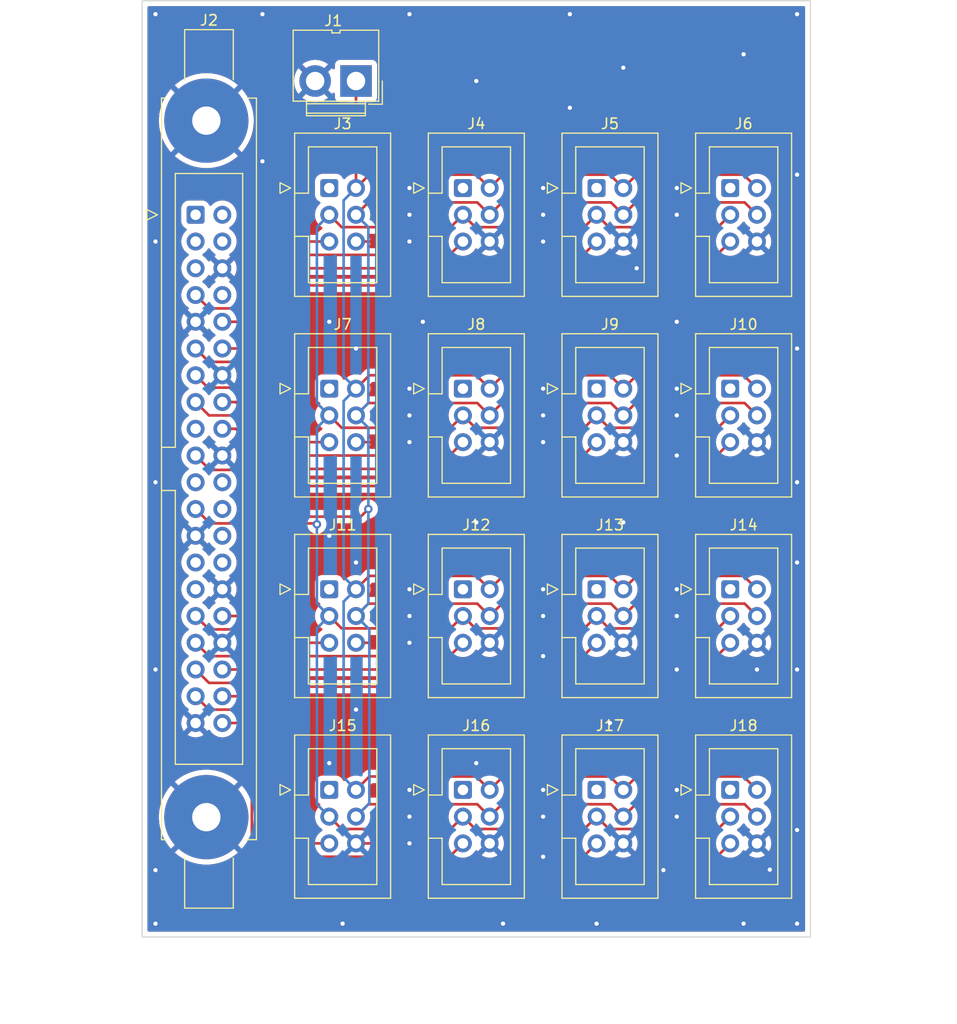
<source format=kicad_pcb>
(kicad_pcb (version 20211014) (generator pcbnew)
  (title_block (title "Connector PCB v2") (date "2022-05-29") (rev "0"))
  (layers (0 "F.Cu" signal) (31 "B.Cu" signal) (34 "B.Paste" user) (35 "F.Paste" user) (36 "B.SilkS" user "B.Silkscreen") (37 "F.SilkS" user "F.Silkscreen") (38 "B.Mask" user) (39 "F.Mask" user) (44 "Edge.Cuts" user))
  (net 0 "")
  (net 4 "+5V")
  (net 31 "GND")
  (net 32 "1")
  (net 33 "2")
  (net 34 "4")
  (net 35 "3")
  (net 36 "5")
  (net 37 "7")
  (net 38 "6")
  (net 39 "8")
  (net 40 "MOSI")
  (net 41 "SCK")
  (net 42 "10")
  (net 43 "9")
  (net 44 "11")
  (net 45 "13")
  (net 46 "12")
  (net 47 "15")
  (net 48 "14")
  (net 49 "16")
  (footprint "Connector:JWT_A3963_1x02_P3.96mm_Vertical" (layer "F.Cu") (at 63.5 57.15 180)
    (fp_text reference "J1" (at 2.16 5.725) (layer "F.SilkS"))
    (fp_text value "Conn_01x02_Male")
    (pad "1" thru_hole rect (at 0 0 180) (size 3 3) (drill 1.75) (layers *.Cu *.Mask) (net 4 "+5V"))
    (pad "2" thru_hole circle (at 3.88 0 180) (size 3 3) (drill 1.75) (layers *.Cu *.Mask) (net 31 "GND"))
  )
  (footprint "Connector_IDC:IDC-Header_2x03_P2.54mm_Vertical" (layer "F.Cu") (at 99.06 124.46)
    (fp_text reference "J18" (at 1.27 -6.1) (layer "F.SilkS"))
    (fp_text value "AVR-ISP-6")
    (pad "1" thru_hole roundrect (at 0 0) (size 1.7 1.7) (drill 1) (layers *.Cu *.Mask) (roundrect_rratio 0.1470588235))
    (pad "2" thru_hole circle (at 2.54 0) (size 1.7 1.7) (drill 1) (layers *.Cu *.Mask) (net 4 "+5V"))
    (pad "3" thru_hole circle (at 0 2.54) (size 1.7 1.7) (drill 1) (layers *.Cu *.Mask) (net 41 "SCK"))
    (pad "4" thru_hole circle (at 2.54 2.54) (size 1.7 1.7) (drill 1) (layers *.Cu *.Mask) (net 40 "MOSI"))
    (pad "5" thru_hole circle (at 0 5.08) (size 1.7 1.7) (drill 1) (layers *.Cu *.Mask) (net 49 "16"))
    (pad "6" thru_hole circle (at 2.54 5.08) (size 1.7 1.7) (drill 1) (layers *.Cu *.Mask) (net 31 "GND"))
  )
  (footprint "Connector_IDC:IDC-Header_2x03_P2.54mm_Vertical" (layer "F.Cu") (at 60.96 124.46)
    (fp_text reference "J15" (at 1.27 -6.1) (layer "F.SilkS"))
    (fp_text value "AVR-ISP-6")
    (pad "1" thru_hole roundrect (at 0 0) (size 1.7 1.7) (drill 1) (layers *.Cu *.Mask) (roundrect_rratio 0.1470588235))
    (pad "2" thru_hole circle (at 2.54 0) (size 1.7 1.7) (drill 1) (layers *.Cu *.Mask) (net 4 "+5V"))
    (pad "3" thru_hole circle (at 0 2.54) (size 1.7 1.7) (drill 1) (layers *.Cu *.Mask) (net 41 "SCK"))
    (pad "4" thru_hole circle (at 2.54 2.54) (size 1.7 1.7) (drill 1) (layers *.Cu *.Mask) (net 40 "MOSI"))
    (pad "5" thru_hole circle (at 0 5.08) (size 1.7 1.7) (drill 1) (layers *.Cu *.Mask) (net 45 "13"))
    (pad "6" thru_hole circle (at 2.54 5.08) (size 1.7 1.7) (drill 1) (layers *.Cu *.Mask) (net 31 "GND"))
  )
  (footprint "Connector_IDC:IDC-Header_2x03_P2.54mm_Vertical" (layer "F.Cu") (at 73.66 124.46)
    (fp_text reference "J16" (at 1.27 -6.1) (layer "F.SilkS"))
    (fp_text value "AVR-ISP-6")
    (pad "1" thru_hole roundrect (at 0 0) (size 1.7 1.7) (drill 1) (layers *.Cu *.Mask) (roundrect_rratio 0.1470588235))
    (pad "2" thru_hole circle (at 2.54 0) (size 1.7 1.7) (drill 1) (layers *.Cu *.Mask) (net 4 "+5V"))
    (pad "3" thru_hole circle (at 0 2.54) (size 1.7 1.7) (drill 1) (layers *.Cu *.Mask) (net 41 "SCK"))
    (pad "4" thru_hole circle (at 2.54 2.54) (size 1.7 1.7) (drill 1) (layers *.Cu *.Mask) (net 40 "MOSI"))
    (pad "5" thru_hole circle (at 0 5.08) (size 1.7 1.7) (drill 1) (layers *.Cu *.Mask) (net 48 "14"))
    (pad "6" thru_hole circle (at 2.54 5.08) (size 1.7 1.7) (drill 1) (layers *.Cu *.Mask) (net 31 "GND"))
  )
  (footprint "Connector_IDC:IDC-Header_2x03_P2.54mm_Vertical" (layer "F.Cu") (at 99.06 86.36)
    (fp_text reference "J10" (at 1.27 -6.1) (layer "F.SilkS"))
    (fp_text value "AVR-ISP-6")
    (pad "1" thru_hole roundrect (at 0 0) (size 1.7 1.7) (drill 1) (layers *.Cu *.Mask) (roundrect_rratio 0.1470588235))
    (pad "2" thru_hole circle (at 2.54 0) (size 1.7 1.7) (drill 1) (layers *.Cu *.Mask) (net 4 "+5V"))
    (pad "3" thru_hole circle (at 0 2.54) (size 1.7 1.7) (drill 1) (layers *.Cu *.Mask) (net 41 "SCK"))
    (pad "4" thru_hole circle (at 2.54 2.54) (size 1.7 1.7) (drill 1) (layers *.Cu *.Mask) (net 40 "MOSI"))
    (pad "5" thru_hole circle (at 0 5.08) (size 1.7 1.7) (drill 1) (layers *.Cu *.Mask) (net 39 "8"))
    (pad "6" thru_hole circle (at 2.54 5.08) (size 1.7 1.7) (drill 1) (layers *.Cu *.Mask) (net 31 "GND"))
  )
  (footprint "Connector_IDC:IDC-Header_2x03_P2.54mm_Vertical" (layer "F.Cu") (at 99.06 105.41)
    (fp_text reference "J14" (at 1.27 -6.1) (layer "F.SilkS"))
    (fp_text value "AVR-ISP-6")
    (pad "1" thru_hole roundrect (at 0 0) (size 1.7 1.7) (drill 1) (layers *.Cu *.Mask) (roundrect_rratio 0.1470588235))
    (pad "2" thru_hole circle (at 2.54 0) (size 1.7 1.7) (drill 1) (layers *.Cu *.Mask) (net 4 "+5V"))
    (pad "3" thru_hole circle (at 0 2.54) (size 1.7 1.7) (drill 1) (layers *.Cu *.Mask) (net 41 "SCK"))
    (pad "4" thru_hole circle (at 2.54 2.54) (size 1.7 1.7) (drill 1) (layers *.Cu *.Mask) (net 40 "MOSI"))
    (pad "5" thru_hole circle (at 0 5.08) (size 1.7 1.7) (drill 1) (layers *.Cu *.Mask) (net 46 "12"))
    (pad "6" thru_hole circle (at 2.54 5.08) (size 1.7 1.7) (drill 1) (layers *.Cu *.Mask) (net 31 "GND"))
  )
  (footprint "Connector_IDC:IDC-Header_2x03_P2.54mm_Vertical" (layer "F.Cu") (at 73.66 86.36)
    (fp_text reference "J8" (at 1.27 -6.1) (layer "F.SilkS"))
    (fp_text value "AVR-ISP-6")
    (pad "1" thru_hole roundrect (at 0 0) (size 1.7 1.7) (drill 1) (layers *.Cu *.Mask) (roundrect_rratio 0.1470588235))
    (pad "2" thru_hole circle (at 2.54 0) (size 1.7 1.7) (drill 1) (layers *.Cu *.Mask) (net 4 "+5V"))
    (pad "3" thru_hole circle (at 0 2.54) (size 1.7 1.7) (drill 1) (layers *.Cu *.Mask) (net 41 "SCK"))
    (pad "4" thru_hole circle (at 2.54 2.54) (size 1.7 1.7) (drill 1) (layers *.Cu *.Mask) (net 40 "MOSI"))
    (pad "5" thru_hole circle (at 0 5.08) (size 1.7 1.7) (drill 1) (layers *.Cu *.Mask) (net 38 "6"))
    (pad "6" thru_hole circle (at 2.54 5.08) (size 1.7 1.7) (drill 1) (layers *.Cu *.Mask) (net 31 "GND"))
  )
  (footprint "Connector_IDC:IDC-Header_2x20-1MP_P2.54mm_Latch6.5mm_Vertical" (layer "F.Cu") (at 48.26 69.85)
    (fp_text reference "J2" (at 1.27 -18.47) (layer "F.SilkS"))
    (fp_text value "Conn_02x20_Odd_Even_MountingPin")
    (pad "1" thru_hole roundrect (at 0 0) (size 1.7 1.7) (drill 1) (layers *.Cu *.Mask) (roundrect_rratio 0.1470588235))
    (pad "2" thru_hole circle (at 2.54 0) (size 1.7 1.7) (drill 1) (layers *.Cu *.Mask))
    (pad "3" thru_hole circle (at 0 2.54) (size 1.7 1.7) (drill 1) (layers *.Cu *.Mask))
    (pad "4" thru_hole circle (at 2.54 2.54) (size 1.7 1.7) (drill 1) (layers *.Cu *.Mask))
    (pad "5" thru_hole circle (at 0 5.08) (size 1.7 1.7) (drill 1) (layers *.Cu *.Mask))
    (pad "6" thru_hole circle (at 2.54 5.08) (size 1.7 1.7) (drill 1) (layers *.Cu *.Mask) (net 31 "GND"))
    (pad "7" thru_hole circle (at 0 7.62) (size 1.7 1.7) (drill 1) (layers *.Cu *.Mask) (net 32 "1"))
    (pad "8" thru_hole circle (at 2.54 7.62) (size 1.7 1.7) (drill 1) (layers *.Cu *.Mask))
    (pad "9" thru_hole circle (at 0 10.16) (size 1.7 1.7) (drill 1) (layers *.Cu *.Mask) (net 31 "GND"))
    (pad "10" thru_hole circle (at 2.54 10.16) (size 1.7 1.7) (drill 1) (layers *.Cu *.Mask) (net 33 "2"))
    (pad "11" thru_hole circle (at 0 12.7) (size 1.7 1.7) (drill 1) (layers *.Cu *.Mask) (net 34 "4"))
    (pad "12" thru_hole circle (at 2.54 12.7) (size 1.7 1.7) (drill 1) (layers *.Cu *.Mask) (net 35 "3"))
    (pad "13" thru_hole circle (at 0 15.24) (size 1.7 1.7) (drill 1) (layers *.Cu *.Mask) (net 36 "5"))
    (pad "14" thru_hole circle (at 2.54 15.24) (size 1.7 1.7) (drill 1) (layers *.Cu *.Mask) (net 31 "GND"))
    (pad "15" thru_hole circle (at 0 17.78) (size 1.7 1.7) (drill 1) (layers *.Cu *.Mask) (net 37 "7"))
    (pad "16" thru_hole circle (at 2.54 17.78) (size 1.7 1.7) (drill 1) (layers *.Cu *.Mask) (net 38 "6"))
    (pad "17" thru_hole circle (at 0 20.32) (size 1.7 1.7) (drill 1) (layers *.Cu *.Mask))
    (pad "18" thru_hole circle (at 2.54 20.32) (size 1.7 1.7) (drill 1) (layers *.Cu *.Mask) (net 39 "8"))
    (pad "19" thru_hole circle (at 0 22.86) (size 1.7 1.7) (drill 1) (layers *.Cu *.Mask) (net 40 "MOSI"))
    (pad "20" thru_hole circle (at 2.54 22.86) (size 1.7 1.7) (drill 1) (layers *.Cu *.Mask) (net 31 "GND"))
    (pad "21" thru_hole circle (at 0 25.4) (size 1.7 1.7) (drill 1) (layers *.Cu *.Mask))
    (pad "22" thru_hole circle (at 2.54 25.4) (size 1.7 1.7) (drill 1) (layers *.Cu *.Mask))
    (pad "23" thru_hole circle (at 0 27.94) (size 1.7 1.7) (drill 1) (layers *.Cu *.Mask) (net 41 "SCK"))
    (pad "24" thru_hole circle (at 2.54 27.94) (size 1.7 1.7) (drill 1) (layers *.Cu *.Mask))
    (pad "25" thru_hole circle (at 0 30.48) (size 1.7 1.7) (drill 1) (layers *.Cu *.Mask) (net 31 "GND"))
    (pad "26" thru_hole circle (at 2.54 30.48) (size 1.7 1.7) (drill 1) (layers *.Cu *.Mask))
    (pad "27" thru_hole circle (at 0 33.02) (size 1.7 1.7) (drill 1) (layers *.Cu *.Mask))
    (pad "28" thru_hole circle (at 2.54 33.02) (size 1.7 1.7) (drill 1) (layers *.Cu *.Mask))
    (pad "29" thru_hole circle (at 0 35.56) (size 1.7 1.7) (drill 1) (layers *.Cu *.Mask))
    (pad "30" thru_hole circle (at 2.54 35.56) (size 1.7 1.7) (drill 1) (layers *.Cu *.Mask) (net 31 "GND"))
    (pad "31" thru_hole circle (at 0 38.1) (size 1.7 1.7) (drill 1) (layers *.Cu *.Mask) (net 42 "10"))
    (pad "32" thru_hole circle (at 2.54 38.1) (size 1.7 1.7) (drill 1) (layers *.Cu *.Mask) (net 43 "9"))
    (pad "33" thru_hole circle (at 0 40.64) (size 1.7 1.7) (drill 1) (layers *.Cu *.Mask) (net 44 "11"))
    (pad "34" thru_hole circle (at 2.54 40.64) (size 1.7 1.7) (drill 1) (layers *.Cu *.Mask) (net 31 "GND"))
    (pad "35" thru_hole circle (at 0 43.18) (size 1.7 1.7) (drill 1) (layers *.Cu *.Mask) (net 45 "13"))
    (pad "36" thru_hole circle (at 2.54 43.18) (size 1.7 1.7) (drill 1) (layers *.Cu *.Mask) (net 46 "12"))
    (pad "37" thru_hole circle (at 0 45.72) (size 1.7 1.7) (drill 1) (layers *.Cu *.Mask) (net 47 "15"))
    (pad "38" thru_hole circle (at 2.54 45.72) (size 1.7 1.7) (drill 1) (layers *.Cu *.Mask) (net 48 "14"))
    (pad "39" thru_hole circle (at 0 48.26) (size 1.7 1.7) (drill 1) (layers *.Cu *.Mask) (net 31 "GND"))
    (pad "40" thru_hole circle (at 2.54 48.26) (size 1.7 1.7) (drill 1) (layers *.Cu *.Mask) (net 49 "16"))
    (pad "MP" thru_hole circle (at 1.02 -8.94) (size 8 8) (drill 2.69) (layers *.Cu *.Mask) (net 31 "GND"))
    (pad "MP" thru_hole circle (at 1.02 57.2) (size 8 8) (drill 2.69) (layers *.Cu *.Mask) (net 31 "GND"))
  )
  (footprint "Connector_IDC:IDC-Header_2x03_P2.54mm_Vertical" (layer "F.Cu") (at 86.36 67.31)
    (fp_text reference "J5" (at 1.27 -6.1) (layer "F.SilkS"))
    (fp_text value "AVR-ISP-6")
    (pad "1" thru_hole roundrect (at 0 0) (size 1.7 1.7) (drill 1) (layers *.Cu *.Mask) (roundrect_rratio 0.1470588235))
    (pad "2" thru_hole circle (at 2.54 0) (size 1.7 1.7) (drill 1) (layers *.Cu *.Mask) (net 4 "+5V"))
    (pad "3" thru_hole circle (at 0 2.54) (size 1.7 1.7) (drill 1) (layers *.Cu *.Mask) (net 41 "SCK"))
    (pad "4" thru_hole circle (at 2.54 2.54) (size 1.7 1.7) (drill 1) (layers *.Cu *.Mask) (net 40 "MOSI"))
    (pad "5" thru_hole circle (at 0 5.08) (size 1.7 1.7) (drill 1) (layers *.Cu *.Mask) (net 35 "3"))
    (pad "6" thru_hole circle (at 2.54 5.08) (size 1.7 1.7) (drill 1) (layers *.Cu *.Mask) (net 31 "GND"))
  )
  (footprint "Connector_IDC:IDC-Header_2x03_P2.54mm_Vertical" (layer "F.Cu") (at 86.36 124.46)
    (fp_text reference "J17" (at 1.27 -6.1) (layer "F.SilkS"))
    (fp_text value "AVR-ISP-6")
    (pad "1" thru_hole roundrect (at 0 0) (size 1.7 1.7) (drill 1) (layers *.Cu *.Mask) (roundrect_rratio 0.1470588235))
    (pad "2" thru_hole circle (at 2.54 0) (size 1.7 1.7) (drill 1) (layers *.Cu *.Mask) (net 4 "+5V"))
    (pad "3" thru_hole circle (at 0 2.54) (size 1.7 1.7) (drill 1) (layers *.Cu *.Mask) (net 41 "SCK"))
    (pad "4" thru_hole circle (at 2.54 2.54) (size 1.7 1.7) (drill 1) (layers *.Cu *.Mask) (net 40 "MOSI"))
    (pad "5" thru_hole circle (at 0 5.08) (size 1.7 1.7) (drill 1) (layers *.Cu *.Mask) (net 47 "15"))
    (pad "6" thru_hole circle (at 2.54 5.08) (size 1.7 1.7) (drill 1) (layers *.Cu *.Mask) (net 31 "GND"))
  )
  (footprint "Connector_IDC:IDC-Header_2x03_P2.54mm_Vertical" (layer "F.Cu") (at 73.66 67.31)
    (fp_text reference "J4" (at 1.27 -6.1) (layer "F.SilkS"))
    (fp_text value "AVR-ISP-6")
    (pad "1" thru_hole roundrect (at 0 0) (size 1.7 1.7) (drill 1) (layers *.Cu *.Mask) (roundrect_rratio 0.1470588235))
    (pad "2" thru_hole circle (at 2.54 0) (size 1.7 1.7) (drill 1) (layers *.Cu *.Mask) (net 4 "+5V"))
    (pad "3" thru_hole circle (at 0 2.54) (size 1.7 1.7) (drill 1) (layers *.Cu *.Mask) (net 41 "SCK"))
    (pad "4" thru_hole circle (at 2.54 2.54) (size 1.7 1.7) (drill 1) (layers *.Cu *.Mask) (net 40 "MOSI"))
    (pad "5" thru_hole circle (at 0 5.08) (size 1.7 1.7) (drill 1) (layers *.Cu *.Mask) (net 33 "2"))
    (pad "6" thru_hole circle (at 2.54 5.08) (size 1.7 1.7) (drill 1) (layers *.Cu *.Mask) (net 31 "GND"))
  )
  (footprint "Connector_IDC:IDC-Header_2x03_P2.54mm_Vertical" (layer "F.Cu") (at 99.06 67.31)
    (fp_text reference "J6" (at 1.27 -6.1) (layer "F.SilkS"))
    (fp_text value "AVR-ISP-6")
    (pad "1" thru_hole roundrect (at 0 0) (size 1.7 1.7) (drill 1) (layers *.Cu *.Mask) (roundrect_rratio 0.1470588235))
    (pad "2" thru_hole circle (at 2.54 0) (size 1.7 1.7) (drill 1) (layers *.Cu *.Mask) (net 4 "+5V"))
    (pad "3" thru_hole circle (at 0 2.54) (size 1.7 1.7) (drill 1) (layers *.Cu *.Mask) (net 41 "SCK"))
    (pad "4" thru_hole circle (at 2.54 2.54) (size 1.7 1.7) (drill 1) (layers *.Cu *.Mask) (net 40 "MOSI"))
    (pad "5" thru_hole circle (at 0 5.08) (size 1.7 1.7) (drill 1) (layers *.Cu *.Mask) (net 34 "4"))
    (pad "6" thru_hole circle (at 2.54 5.08) (size 1.7 1.7) (drill 1) (layers *.Cu *.Mask) (net 31 "GND"))
  )
  (footprint "Connector_IDC:IDC-Header_2x03_P2.54mm_Vertical" (layer "F.Cu") (at 86.36 105.41)
    (fp_text reference "J13" (at 1.27 -6.1) (layer "F.SilkS"))
    (fp_text value "AVR-ISP-6")
    (pad "1" thru_hole roundrect (at 0 0) (size 1.7 1.7) (drill 1) (layers *.Cu *.Mask) (roundrect_rratio 0.1470588235))
    (pad "2" thru_hole circle (at 2.54 0) (size 1.7 1.7) (drill 1) (layers *.Cu *.Mask) (net 4 "+5V"))
    (pad "3" thru_hole circle (at 0 2.54) (size 1.7 1.7) (drill 1) (layers *.Cu *.Mask) (net 41 "SCK"))
    (pad "4" thru_hole circle (at 2.54 2.54) (size 1.7 1.7) (drill 1) (layers *.Cu *.Mask) (net 40 "MOSI"))
    (pad "5" thru_hole circle (at 0 5.08) (size 1.7 1.7) (drill 1) (layers *.Cu *.Mask) (net 44 "11"))
    (pad "6" thru_hole circle (at 2.54 5.08) (size 1.7 1.7) (drill 1) (layers *.Cu *.Mask) (net 31 "GND"))
  )
  (footprint "Connector_IDC:IDC-Header_2x03_P2.54mm_Vertical" (layer "F.Cu") (at 86.36 86.36)
    (fp_text reference "J9" (at 1.27 -6.1) (layer "F.SilkS"))
    (fp_text value "AVR-ISP-6")
    (pad "1" thru_hole roundrect (at 0 0) (size 1.7 1.7) (drill 1) (layers *.Cu *.Mask) (roundrect_rratio 0.1470588235))
    (pad "2" thru_hole circle (at 2.54 0) (size 1.7 1.7) (drill 1) (layers *.Cu *.Mask) (net 4 "+5V"))
    (pad "3" thru_hole circle (at 0 2.54) (size 1.7 1.7) (drill 1) (layers *.Cu *.Mask) (net 41 "SCK"))
    (pad "4" thru_hole circle (at 2.54 2.54) (size 1.7 1.7) (drill 1) (layers *.Cu *.Mask) (net 40 "MOSI"))
    (pad "5" thru_hole circle (at 0 5.08) (size 1.7 1.7) (drill 1) (layers *.Cu *.Mask) (net 37 "7"))
    (pad "6" thru_hole circle (at 2.54 5.08) (size 1.7 1.7) (drill 1) (layers *.Cu *.Mask) (net 31 "GND"))
  )
  (footprint "Connector_IDC:IDC-Header_2x03_P2.54mm_Vertical" (layer "F.Cu") (at 73.66 105.41)
    (fp_text reference "J12" (at 1.27 -6.1) (layer "F.SilkS"))
    (fp_text value "AVR-ISP-6")
    (pad "1" thru_hole roundrect (at 0 0) (size 1.7 1.7) (drill 1) (layers *.Cu *.Mask) (roundrect_rratio 0.1470588235))
    (pad "2" thru_hole circle (at 2.54 0) (size 1.7 1.7) (drill 1) (layers *.Cu *.Mask) (net 4 "+5V"))
    (pad "3" thru_hole circle (at 0 2.54) (size 1.7 1.7) (drill 1) (layers *.Cu *.Mask) (net 41 "SCK"))
    (pad "4" thru_hole circle (at 2.54 2.54) (size 1.7 1.7) (drill 1) (layers *.Cu *.Mask) (net 40 "MOSI"))
    (pad "5" thru_hole circle (at 0 5.08) (size 1.7 1.7) (drill 1) (layers *.Cu *.Mask) (net 42 "10"))
    (pad "6" thru_hole circle (at 2.54 5.08) (size 1.7 1.7) (drill 1) (layers *.Cu *.Mask) (net 31 "GND"))
  )
  (footprint "Connector_IDC:IDC-Header_2x03_P2.54mm_Vertical" (layer "F.Cu") (at 60.96 86.36)
    (fp_text reference "J7" (at 1.27 -6.1) (layer "F.SilkS"))
    (fp_text value "AVR-ISP-6")
    (pad "1" thru_hole roundrect (at 0 0) (size 1.7 1.7) (drill 1) (layers *.Cu *.Mask) (roundrect_rratio 0.1470588235))
    (pad "2" thru_hole circle (at 2.54 0) (size 1.7 1.7) (drill 1) (layers *.Cu *.Mask) (net 4 "+5V"))
    (pad "3" thru_hole circle (at 0 2.54) (size 1.7 1.7) (drill 1) (layers *.Cu *.Mask) (net 41 "SCK"))
    (pad "4" thru_hole circle (at 2.54 2.54) (size 1.7 1.7) (drill 1) (layers *.Cu *.Mask) (net 40 "MOSI"))
    (pad "5" thru_hole circle (at 0 5.08) (size 1.7 1.7) (drill 1) (layers *.Cu *.Mask) (net 36 "5"))
    (pad "6" thru_hole circle (at 2.54 5.08) (size 1.7 1.7) (drill 1) (layers *.Cu *.Mask) (net 31 "GND"))
  )
  (footprint "Connector_IDC:IDC-Header_2x03_P2.54mm_Vertical" (layer "F.Cu") (at 60.96 105.41)
    (fp_text reference "J11" (at 1.27 -6.1) (layer "F.SilkS"))
    (fp_text value "AVR-ISP-6")
    (pad "1" thru_hole roundrect (at 0 0) (size 1.7 1.7) (drill 1) (layers *.Cu *.Mask) (roundrect_rratio 0.1470588235))
    (pad "2" thru_hole circle (at 2.54 0) (size 1.7 1.7) (drill 1) (layers *.Cu *.Mask) (net 4 "+5V"))
    (pad "3" thru_hole circle (at 0 2.54) (size 1.7 1.7) (drill 1) (layers *.Cu *.Mask) (net 41 "SCK"))
    (pad "4" thru_hole circle (at 2.54 2.54) (size 1.7 1.7) (drill 1) (layers *.Cu *.Mask) (net 40 "MOSI"))
    (pad "5" thru_hole circle (at 0 5.08) (size 1.7 1.7) (drill 1) (layers *.Cu *.Mask) (net 43 "9"))
    (pad "6" thru_hole circle (at 2.54 5.08) (size 1.7 1.7) (drill 1) (layers *.Cu *.Mask) (net 31 "GND"))
  )
  (footprint "Connector_IDC:IDC-Header_2x03_P2.54mm_Vertical" (layer "F.Cu") (at 60.96 67.31)
    (fp_text reference "J3" (at 1.27 -6.1) (layer "F.SilkS"))
    (fp_text value "AVR-ISP-6")
    (pad "1" thru_hole roundrect (at 0 0) (size 1.7 1.7) (drill 1) (layers *.Cu *.Mask) (roundrect_rratio 0.1470588235))
    (pad "2" thru_hole circle (at 2.54 0) (size 1.7 1.7) (drill 1) (layers *.Cu *.Mask) (net 4 "+5V"))
    (pad "3" thru_hole circle (at 0 2.54) (size 1.7 1.7) (drill 1) (layers *.Cu *.Mask) (net 41 "SCK"))
    (pad "4" thru_hole circle (at 2.54 2.54) (size 1.7 1.7) (drill 1) (layers *.Cu *.Mask) (net 40 "MOSI"))
    (pad "5" thru_hole circle (at 0 5.08) (size 1.7 1.7) (drill 1) (layers *.Cu *.Mask) (net 32 "1"))
    (pad "6" thru_hole circle (at 2.54 5.08) (size 1.7 1.7) (drill 1) (layers *.Cu *.Mask) (net 31 "GND"))
  )
  (gr_rect (start 106.68 138.43) (end 43.18 49.53) (layer "Edge.Cuts") (width 0.1) (fill none))
  (via (at 74.93 57.15) (size 0.8) (drill 0.4) (layers "F.Cu" "B.Cu") (net 0))
  (via (at 88.9 55.88) (size 0.8) (drill 0.4) (layers "F.Cu" "B.Cu") (net 0))
  (segment (start 87.63 85.09) (end 88.9 86.36) (width 0.25) (layer "F.Cu") (net 4))
  (segment (start 90.17 85.09) (end 100.33 85.09) (width 0.25) (layer "F.Cu") (net 4))
  (segment (start 100.33 104.14) (end 101.6 105.41) (width 0.25) (layer "F.Cu") (net 4))
  (segment (start 74.93 104.14) (end 76.2 105.41) (width 0.25) (layer "F.Cu") (net 4))
  (segment (start 76.2 67.31) (end 77.47 66.04) (width 0.25) (layer "F.Cu") (net 4))
  (segment (start 77.47 85.09) (end 87.63 85.09) (width 0.25) (layer "F.Cu") (net 4))
  (segment (start 63.5 67.31) (end 64.77 66.04) (width 0.25) (layer "F.Cu") (net 4))
  (segment (start 74.93 123.19) (end 76.2 124.46) (width 0.25) (layer "F.Cu") (net 4))
  (segment (start 74.93 85.09) (end 76.2 86.36) (width 0.25) (layer "F.Cu") (net 4))
  (segment (start 88.9 124.46) (end 90.17 123.19) (width 0.25) (layer "F.Cu") (net 4))
  (segment (start 64.77 123.19) (end 74.93 123.19) (width 0.25) (layer "F.Cu") (net 4))
  (segment (start 64.77 66.04) (end 74.93 66.04) (width 0.25) (layer "F.Cu") (net 4))
  (segment (start 77.47 104.14) (end 87.63 104.14) (width 0.25) (layer "F.Cu") (net 4))
  (segment (start 63.5 124.46) (end 64.77 123.19) (width 0.25) (layer "F.Cu") (net 4))
  (segment (start 88.9 105.41) (end 90.17 104.14) (width 0.25) (layer "F.Cu") (net 4))
  (segment (start 87.63 123.19) (end 88.9 124.46) (width 0.25) (layer "F.Cu") (net 4))
  (segment (start 63.5 57.15) (end 63.5 67.31) (width 0.25) (layer "F.Cu") (net 4))
  (segment (start 76.2 86.36) (end 77.47 85.09) (width 0.25) (layer "F.Cu") (net 4))
  (segment (start 90.17 66.04) (end 100.33 66.04) (width 0.25) (layer "F.Cu") (net 4))
  (segment (start 77.47 123.19) (end 87.63 123.19) (width 0.25) (layer "F.Cu") (net 4))
  (segment (start 90.17 104.14) (end 100.33 104.14) (width 0.25) (layer "F.Cu") (net 4))
  (segment (start 87.63 66.04) (end 88.9 67.31) (width 0.25) (layer "F.Cu") (net 4))
  (segment (start 63.5 105.41) (end 64.77 104.14) (width 0.25) (layer "F.Cu") (net 4))
  (segment (start 76.2 124.46) (end 77.47 123.19) (width 0.25) (layer "F.Cu") (net 4))
  (segment (start 88.9 86.36) (end 90.17 85.09) (width 0.25) (layer "F.Cu") (net 4))
  (segment (start 77.47 66.04) (end 87.63 66.04) (width 0.25) (layer "F.Cu") (net 4))
  (segment (start 76.2 105.41) (end 77.47 104.14) (width 0.25) (layer "F.Cu") (net 4))
  (segment (start 100.33 66.04) (end 101.6 67.31) (width 0.25) (layer "F.Cu") (net 4))
  (segment (start 64.77 85.09) (end 74.93 85.09) (width 0.25) (layer "F.Cu") (net 4))
  (segment (start 100.33 123.19) (end 101.6 124.46) (width 0.25) (layer "F.Cu") (net 4))
  (segment (start 63.5 86.36) (end 64.77 85.09) (width 0.25) (layer "F.Cu") (net 4))
  (segment (start 74.93 66.04) (end 76.2 67.31) (width 0.25) (layer "F.Cu") (net 4))
  (segment (start 90.17 123.19) (end 100.33 123.19) (width 0.25) (layer "F.Cu") (net 4))
  (segment (start 64.77 104.14) (end 74.93 104.14) (width 0.25) (layer "F.Cu") (net 4))
  (segment (start 88.9 67.31) (end 90.17 66.04) (width 0.25) (layer "F.Cu") (net 4))
  (segment (start 87.63 104.14) (end 88.9 105.41) (width 0.25) (layer "F.Cu") (net 4))
  (segment (start 100.33 85.09) (end 101.6 86.36) (width 0.25) (layer "F.Cu") (net 4))
  (segment (start 63.5 105.41) (end 62.325489 106.584511) (width 0.25) (layer "B.Cu") (net 4))
  (segment (start 62.325489 85.185489) (end 63.5 86.36) (width 0.25) (layer "B.Cu") (net 4))
  (segment (start 63.5 67.31) (end 62.325489 68.484511) (width 0.25) (layer "B.Cu") (net 4))
  (segment (start 62.325489 123.285489) (end 63.5 124.46) (width 0.25) (layer "B.Cu") (net 4))
  (segment (start 62.325489 106.584511) (end 62.325489 123.285489) (width 0.25) (layer "B.Cu") (net 4))
  (segment (start 62.325489 87.534511) (end 62.325489 104.235489) (width 0.25) (layer "B.Cu") (net 4))
  (segment (start 63.5 86.36) (end 62.325489 87.534511) (width 0.25) (layer "B.Cu") (net 4))
  (segment (start 62.325489 68.484511) (end 62.325489 85.185489) (width 0.25) (layer "B.Cu") (net 4))
  (segment (start 62.325489 104.235489) (end 63.5 105.41) (width 0.25) (layer "B.Cu") (net 4))
  (segment (start 63.5 110.49) (end 68.58 110.49) (width 0.25) (layer "F.Cu") (net 31))
  (segment (start 63.5 91.44) (end 68.58 91.44) (width 0.25) (layer "F.Cu") (net 31))
  (segment (start 63.5 129.54) (end 68.58 129.54) (width 0.25) (layer "F.Cu") (net 31))
  (segment (start 68.58 72.39) (end 63.5 72.39) (width 0.25) (layer "F.Cu") (net 31))
  (via (at 93.98 69.85) (size 0.8) (drill 0.4) (layers "F.Cu" "B.Cu") (net 31))
  (via (at 81.28 69.85) (size 0.8) (drill 0.4) (layers "F.Cu" "B.Cu") (net 31))
  (via (at 86.36 137.16) (size 0.8) (drill 0.4) (layers "F.Cu" "B.Cu") (net 31))
  (via (at 44.45 113.03) (size 0.8) (drill 0.4) (layers "F.Cu" "B.Cu") (net 31))
  (via (at 68.58 127) (size 0.8) (drill 0.4) (layers "F.Cu" "B.Cu") (net 31))
  (via (at 105.41 95.25) (size 0.8) (drill 0.4) (layers "F.Cu" "B.Cu") (net 31))
  (via (at 81.28 127) (size 0.8) (drill 0.4) (layers "F.Cu" "B.Cu") (net 31))
  (via (at 68.58 50.8) (size 0.8) (drill 0.4) (layers "F.Cu" "B.Cu") (net 31))
  (via (at 74.93 121.92) (size 0.8) (drill 0.4) (layers "F.Cu" "B.Cu") (net 31))
  (via (at 68.58 129.54) (size 0.8) (drill 0.4) (layers "F.Cu" "B.Cu") (net 31))
  (via (at 81.28 107.95) (size 0.8) (drill 0.4) (layers "F.Cu" "B.Cu") (net 31))
  (via (at 68.58 124.46) (size 0.8) (drill 0.4) (layers "F.Cu" "B.Cu") (net 31))
  (via (at 93.98 107.95) (size 0.8) (drill 0.4) (layers "F.Cu" "B.Cu") (net 31))
  (via (at 44.45 50.8) (size 0.8) (drill 0.4) (layers "F.Cu" "B.Cu") (net 31))
  (via (at 44.45 132.08) (size 0.8) (drill 0.4) (layers "F.Cu" "B.Cu") (net 31))
  (via (at 60.96 100.33) (size 0.8) (drill 0.4) (layers "F.Cu" "B.Cu") (net 31))
  (via (at 68.58 105.41) (size 0.8) (drill 0.4) (layers "F.Cu" "B.Cu") (net 31))
  (via (at 81.28 86.36) (size 0.8) (drill 0.4) (layers "F.Cu" "B.Cu") (net 31))
  (via (at 83.82 50.8) (size 0.8) (drill 0.4) (layers "F.Cu" "B.Cu") (net 31))
  (via (at 93.98 113.03) (size 0.8) (drill 0.4) (layers "F.Cu" "B.Cu") (net 31))
  (via (at 93.98 92.71) (size 0.8) (drill 0.4) (layers "F.Cu" "B.Cu") (net 31))
  (via (at 105.41 113.03) (size 0.8) (drill 0.4) (layers "F.Cu" "B.Cu") (net 31))
  (via (at 63.5 116.84) (size 0.8) (drill 0.4) (layers "F.Cu" "B.Cu") (net 31))
  (via (at 93.98 127) (size 0.8) (drill 0.4) (layers "F.Cu" "B.Cu") (net 31))
  (via (at 68.58 107.95) (size 0.8) (drill 0.4) (layers "F.Cu" "B.Cu") (net 31))
  (via (at 68.58 110.49) (size 0.8) (drill 0.4) (layers "F.Cu" "B.Cu") (net 31))
  (via (at 105.41 50.8) (size 0.8) (drill 0.4) (layers "F.Cu" "B.Cu") (net 31))
  (via (at 105.41 82.55) (size 0.8) (drill 0.4) (layers "F.Cu" "B.Cu") (net 31))
  (via (at 69.85 80.01) (size 0.8) (drill 0.4) (layers "F.Cu" "B.Cu") (net 31))
  (via (at 105.41 102.87) (size 0.8) (drill 0.4) (layers "F.Cu" "B.Cu") (net 31))
  (via (at 81.28 124.46) (size 0.8) (drill 0.4) (layers "F.Cu" "B.Cu") (net 31))
  (via (at 81.28 130.81) (size 0.8) (drill 0.4) (layers "F.Cu" "B.Cu") (net 31))
  (via (at 88.9 99.06) (size 0.8) (drill 0.4) (layers "F.Cu" "B.Cu") (net 31))
  (via (at 44.45 72.39) (size 0.8) (drill 0.4) (layers "F.Cu" "B.Cu") (net 31))
  (via (at 54.61 50.8) (size 0.8) (drill 0.4) (layers "F.Cu" "B.Cu") (net 31))
  (via (at 60.96 80.01) (size 0.8) (drill 0.4) (layers "F.Cu" "B.Cu") (net 31))
  (via (at 68.58 86.36) (size 0.8) (drill 0.4) (layers "F.Cu" "B.Cu") (net 31))
  (via (at 105.41 137.16) (size 0.8) (drill 0.4) (layers "F.Cu" "B.Cu") (net 31))
  (via (at 63.5 82.55) (size 0.8) (drill 0.4) (layers "F.Cu" "B.Cu") (net 31))
  (via (at 44.45 137.16) (size 0.8) (drill 0.4) (layers "F.Cu" "B.Cu") (net 31))
  (via (at 93.98 124.46) (size 0.8) (drill 0.4) (layers "F.Cu" "B.Cu") (net 31))
  (via (at 81.28 88.9) (size 0.8) (drill 0.4) (layers "F.Cu" "B.Cu") (net 31))
  (via (at 60.96 121.92) (size 0.8) (drill 0.4) (layers "F.Cu" "B.Cu") (net 31))
  (via (at 44.45 95.25) (size 0.8) (drill 0.4) (layers "F.Cu" "B.Cu") (net 31))
  (via (at 100.33 137.16) (size 0.8) (drill 0.4) (layers "F.Cu" "B.Cu") (net 31))
  (via (at 63.5 102.87) (size 0.8) (drill 0.4) (layers "F.Cu" "B.Cu") (net 31))
  (via (at 101.6 113.03) (size 0.8) (drill 0.4) (layers "F.Cu" "B.Cu") (net 31))
  (via (at 77.47 137.16) (size 0.8) (drill 0.4) (layers "F.Cu" "B.Cu") (net 31))
  (via (at 81.28 72.39) (size 0.8) (drill 0.4) (layers "F.Cu" "B.Cu") (net 31))
  (via (at 54.61 64.77) (size 0.8) (drill 0.4) (layers "F.Cu" "B.Cu") (net 31))
  (via (at 93.98 67.31) (size 0.8) (drill 0.4) (layers "F.Cu" "B.Cu") (net 31))
  (via (at 93.98 86.36) (size 0.8) (drill 0.4) (layers "F.Cu" "B.Cu") (net 31))
  (via (at 68.58 91.44) (size 0.8) (drill 0.4) (layers "F.Cu" "B.Cu") (net 31))
  (via (at 74.93 99.06) (size 0.8) (drill 0.4) (layers "F.Cu" "B.Cu") (net 31))
  (via (at 81.28 67.31) (size 0.8) (drill 0.4) (layers "F.Cu" "B.Cu") (net 31))
  (via (at 68.58 67.31) (size 0.8) (drill 0.4) (layers "F.Cu" "B.Cu") (net 31))
  (via (at 83.82 59.69) (size 0.8) (drill 0.4) (layers "F.Cu" "B.Cu") (net 31))
  (via (at 105.41 66.04) (size 0.8) (drill 0.4) (layers "F.Cu" "B.Cu") (net 31))
  (via (at 93.98 80.01) (size 0.8) (drill 0.4) (layers "F.Cu" "B.Cu") (net 31))
  (via (at 81.28 111.76) (size 0.8) (drill 0.4) (layers "F.Cu" "B.Cu") (net 31))
  (via (at 81.28 91.44) (size 0.8) (drill 0.4) (layers "F.Cu" "B.Cu") (net 31))
  (via (at 93.98 105.41) (size 0.8) (drill 0.4) (layers "F.Cu" "B.Cu") (net 31))
  (via (at 90.17 74.93) (size 0.8) (drill 0.4) (layers "F.Cu" "B.Cu") (net 31))
  (via (at 93.98 88.9) (size 0.8) (drill 0.4) (layers "F.Cu" "B.Cu") (net 31))
  (via (at 105.41 128.27) (size 0.8) (drill 0.4) (layers "F.Cu" "B.Cu") (net 31))
  (via (at 100.33 54.61) (size 0.8) (drill 0.4) (layers "F.Cu" "B.Cu") (net 31))
  (via (at 102.819199 132.036191) (size 0.8) (drill 0.4) (layers "F.Cu" "B.Cu") (net 31))
  (via (at 68.58 69.85) (size 0.8) (drill 0.4) (layers "F.Cu" "B.Cu") (net 31))
  (via (at 62.23 137.16) (size 0.8) (drill 0.4) (layers "F.Cu" "B.Cu") (net 31))
  (via (at 92.71 132.08) (size 0.8) (drill 0.4) (layers "F.Cu" "B.Cu") (net 31))
  (via (at 87.63 118.11) (size 0.8) (drill 0.4) (layers "F.Cu" "B.Cu") (net 31))
  (via (at 68.58 72.39) (size 0.8) (drill 0.4) (layers "F.Cu" "B.Cu") (net 31))
  (via (at 81.28 105.41) (size 0.8) (drill 0.4) (layers "F.Cu" "B.Cu") (net 31))
  (via (at 68.58 88.9) (size 0.8) (drill 0.4) (layers "F.Cu" "B.Cu") (net 31))
  (segment (start 48.26 77.47) (end 49.53 78.74) (width 0.25) (layer "F.Cu") (net 32))
  (segment (start 49.53 78.74) (end 53.10851 78.74) (width 0.25) (layer "F.Cu") (net 32))
  (segment (start 56.514283 72.39) (end 60.96 72.39) (width 0.25) (layer "F.Cu") (net 32))
  (segment (start 53.10851 78.74) (end 53.10851 75.795773) (width 0.25) (layer "F.Cu") (net 32))
  (segment (start 53.10851 75.795773) (end 56.514283 72.39) (width 0.25) (layer "F.Cu") (net 32))
  (segment (start 57.15 73.66) (end 72.39 73.66) (width 0.25) (layer "F.Cu") (net 33))
  (segment (start 54.61 78.74) (end 54.61 76.2) (width 0.25) (layer "F.Cu") (net 33))
  (segment (start 53.55803 79.835155) (end 53.55803 79.79197) (width 0.25) (layer "F.Cu") (net 33))
  (segment (start 72.39 73.66) (end 73.66 72.39) (width 0.25) (layer "F.Cu") (net 33))
  (segment (start 54.61 76.2) (end 57.15 73.66) (width 0.25) (layer "F.Cu") (net 33))
  (segment (start 50.8 80.01) (end 53.383185 80.01) (width 0.25) (layer "F.Cu") (net 33))
  (segment (start 53.383185 80.01) (end 53.55803 79.835155) (width 0.25) (layer "F.Cu") (net 33))
  (segment (start 53.55803 79.79197) (end 54.61 78.74) (width 0.25) (layer "F.Cu") (net 33))
  (segment (start 94.8925 76.5575) (end 99.06 72.39) (width 0.25) (layer "F.Cu") (net 34))
  (segment (start 48.26 82.55) (end 49.53 83.82) (width 0.25) (layer "F.Cu") (net 34))
  (segment (start 49.53 83.82) (end 53.657859 83.82) (width 0.25) (layer "F.Cu") (net 34))
  (segment (start 53.657859 83.82) (end 57.15 80.327859) (width 0.25) (layer "F.Cu") (net 34))
  (segment (start 58.0625 76.5575) (end 94.8925 76.5575) (width 0.25) (layer "F.Cu") (net 34))
  (segment (start 57.15 80.327859) (end 57.15 77.47) (width 0.25) (layer "F.Cu") (net 34))
  (segment (start 57.15 77.47) (end 58.0625 76.5575) (width 0.25) (layer "F.Cu") (net 34))
  (segment (start 55.88 80.01) (end 55.88 76.2) (width 0.25) (layer "F.Cu") (net 35))
  (segment (start 53.34 82.55) (end 55.88 80.01) (width 0.25) (layer "F.Cu") (net 35))
  (segment (start 55.88 76.2) (end 57.15 74.93) (width 0.25) (layer "F.Cu") (net 35))
  (segment (start 83.82 74.93) (end 86.36 72.39) (width 0.25) (layer "F.Cu") (net 35))
  (segment (start 50.8 82.55) (end 53.34 82.55) (width 0.25) (layer "F.Cu") (net 35))
  (segment (start 57.15 74.93) (end 83.82 74.93) (width 0.25) (layer "F.Cu") (net 35))
  (segment (start 52.022256 86.264511) (end 57.15 91.392255) (width 0.25) (layer "F.Cu") (net 36))
  (segment (start 48.26 85.09) (end 49.434511 86.264511) (width 0.25) (layer "F.Cu") (net 36))
  (segment (start 49.434511 86.264511) (end 52.022256 86.264511) (width 0.25) (layer "F.Cu") (net 36))
  (segment (start 57.15 91.392255) (end 57.15 91.44) (width 0.25) (layer "F.Cu") (net 36))
  (segment (start 57.15 91.44) (end 60.96 91.44) (width 0.25) (layer "F.Cu") (net 36))
  (segment (start 48.26 87.63) (end 49.53 88.9) (width 0.25) (layer "F.Cu") (net 37))
  (segment (start 52.07 88.9) (end 57.15 93.98) (width 0.25) (layer "F.Cu") (net 37))
  (segment (start 57.15 93.98) (end 83.82 93.98) (width 0.25) (layer "F.Cu") (net 37))
  (segment (start 83.82 93.98) (end 86.36 91.44) (width 0.25) (layer "F.Cu") (net 37))
  (segment (start 49.53 88.9) (end 52.07 88.9) (width 0.25) (layer "F.Cu") (net 37))
  (segment (start 52.07 87.63) (end 57.15 92.71) (width 0.25) (layer "F.Cu") (net 38))
  (segment (start 50.8 87.63) (end 52.07 87.63) (width 0.25) (layer "F.Cu") (net 38))
  (segment (start 72.39 92.71) (end 73.66 91.44) (width 0.25) (layer "F.Cu") (net 38))
  (segment (start 57.15 92.71) (end 72.39 92.71) (width 0.25) (layer "F.Cu") (net 38))
  (segment (start 94.8925 95.6075) (end 99.06 91.44) (width 0.25) (layer "F.Cu") (net 39))
  (segment (start 50.8 90.17) (end 52.07 90.17) (width 0.25) (layer "F.Cu") (net 39))
  (segment (start 57.5075 95.6075) (end 94.8925 95.6075) (width 0.25) (layer "F.Cu") (net 39))
  (segment (start 52.07 90.17) (end 57.5075 95.6075) (width 0.25) (layer "F.Cu") (net 39))
  (segment (start 87.725489 125.825489) (end 88.9 127) (width 0.25) (layer "F.Cu") (net 40))
  (segment (start 87.725489 106.775489) (end 88.9 107.95) (width 0.25) (layer "F.Cu") (net 40))
  (segment (start 100.425489 68.675489) (end 101.6 69.85) (width 0.25) (layer "F.Cu") (net 40))
  (segment (start 64.674511 106.775489) (end 75.025489 106.775489) (width 0.25) (layer "F.Cu") (net 40))
  (segment (start 64.674511 97.79) (end 63.95 98.514511) (width 0.25) (layer "F.Cu") (net 40))
  (segment (start 64.674511 87.725489) (end 75.025489 87.725489) (width 0.25) (layer "F.Cu") (net 40))
  (segment (start 76.2 88.9) (end 77.374511 87.725489) (width 0.25) (layer "F.Cu") (net 40))
  (segment (start 100.425489 87.725489) (end 101.6 88.9) (width 0.25) (layer "F.Cu") (net 40))
  (segment (start 87.725489 68.675489) (end 88.9 69.85) (width 0.25) (layer "F.Cu") (net 40))
  (segment (start 64.674511 125.825489) (end 75.025489 125.825489) (width 0.25) (layer "F.Cu") (net 40))
  (segment (start 77.374511 106.775489) (end 87.725489 106.775489) (width 0.25) (layer "F.Cu") (net 40))
  (segment (start 63.5 69.85) (end 64.674511 68.675489) (width 0.25) (layer "F.Cu") (net 40))
  (segment (start 100.425489 106.775489) (end 101.6 107.95) (width 0.25) (layer "F.Cu") (net 40))
  (segment (start 75.025489 68.675489) (end 76.2 69.85) (width 0.25) (layer "F.Cu") (net 40))
  (segment (start 76.2 107.95) (end 77.374511 106.775489) (width 0.25) (layer "F.Cu") (net 40))
  (segment (start 76.2 127) (end 77.374511 125.825489) (width 0.25) (layer "F.Cu") (net 40))
  (segment (start 63.5 88.9) (end 64.674511 87.725489) (width 0.25) (layer "F.Cu") (net 40))
  (segment (start 63.5 107.95) (end 64.674511 106.775489) (width 0.25) (layer "F.Cu") (net 40))
  (segment (start 52.165489 94.075489) (end 49.625489 94.075489) (width 0.25) (layer "F.Cu") (net 40))
  (segment (start 90.074511 106.775489) (end 100.425489 106.775489) (width 0.25) (layer "F.Cu") (net 40))
  (segment (start 88.9 69.85) (end 90.074511 68.675489) (width 0.25) (layer "F.Cu") (net 40))
  (segment (start 90.074511 87.725489) (end 100.425489 87.725489) (width 0.25) (layer "F.Cu") (net 40))
  (segment (start 88.9 127) (end 90.074511 125.825489) (width 0.25) (layer "F.Cu") (net 40))
  (segment (start 90.074511 68.675489) (end 100.425489 68.675489) (width 0.25) (layer "F.Cu") (net 40))
  (segment (start 77.374511 125.825489) (end 87.725489 125.825489) (width 0.25) (layer "F.Cu") (net 40))
  (segment (start 77.374511 68.675489) (end 87.725489 68.675489) (width 0.25) (layer "F.Cu") (net 40))
  (segment (start 75.025489 125.825489) (end 76.2 127) (width 0.25) (layer "F.Cu") (net 40))
  (segment (start 64.674511 68.675489) (end 75.025489 68.675489) (width 0.25) (layer "F.Cu") (net 40))
  (segment (start 77.374511 87.725489) (end 87.725489 87.725489) (width 0.25) (layer "F.Cu") (net 40))
  (segment (start 56.604511 98.514511) (end 52.165489 94.075489) (width 0.25) (layer "F.Cu") (net 40))
  (segment (start 49.625489 94.075489) (end 48.26 92.71) (width 0.25) (layer "F.Cu") (net 40))
  (segment (start 87.725489 87.725489) (end 88.9 88.9) (width 0.25) (layer "F.Cu") (net 40))
  (segment (start 75.025489 87.725489) (end 76.2 88.9) (width 0.25) (layer "F.Cu") (net 40))
  (segment (start 88.9 88.9) (end 90.074511 87.725489) (width 0.25) (layer "F.Cu") (net 40))
  (segment (start 90.074511 125.825489) (end 100.425489 125.825489) (width 0.25) (layer "F.Cu") (net 40))
  (segment (start 63.95 98.514511) (end 56.604511 98.514511) (width 0.25) (layer "F.Cu") (net 40))
  (segment (start 76.2 69.85) (end 77.374511 68.675489) (width 0.25) (layer "F.Cu") (net 40))
  (segment (start 100.425489 125.825489) (end 101.6 127) (width 0.25) (layer "F.Cu") (net 40))
  (segment (start 75.025489 106.775489) (end 76.2 107.95) (width 0.25) (layer "F.Cu") (net 40))
  (segment (start 63.5 127) (end 64.674511 125.825489) (width 0.25) (layer "F.Cu") (net 40))
  (segment (start 88.9 107.95) (end 90.074511 106.775489) (width 0.25) (layer "F.Cu") (net 40))
  (via (at 64.674511 97.79) (size 0.8) (drill 0.4) (layers "F.Cu" "B.Cu") (net 40))
  (segment (start 64.674511 71.024511) (end 64.674511 87.725489) (width 0.25) (layer "B.Cu") (net 40))
  (segment (start 64.674511 97.79) (end 64.674511 106.775489) (width 0.25) (layer "B.Cu") (net 40))
  (segment (start 64.674511 87.725489) (end 63.5 88.9) (width 0.25) (layer "B.Cu") (net 40))
  (segment (start 63.5 107.95) (end 64.77 109.22) (width 0.25) (layer "B.Cu") (net 40))
  (segment (start 64.674511 97.79) (end 64.674511 90.074511) (width 0.25) (layer "B.Cu") (net 40))
  (segment (start 64.77 109.22) (end 64.77 125.73) (width 0.25) (layer "B.Cu") (net 40))
  (segment (start 64.674511 106.775489) (end 63.5 107.95) (width 0.25) (layer "B.Cu") (net 40))
  (segment (start 64.674511 90.074511) (end 63.5 88.9) (width 0.25) (layer "B.Cu") (net 40))
  (segment (start 63.5 69.85) (end 64.674511 71.024511) (width 0.25) (layer "B.Cu") (net 40))
  (segment (start 64.77 125.73) (end 63.5 127) (width 0.25) (layer "B.Cu") (net 40))
  (segment (start 62.134511 128.174511) (end 72.485489 128.174511) (width 0.25) (layer "F.Cu") (net 41))
  (segment (start 87.534511 71.024511) (end 97.885489 71.024511) (width 0.25) (layer "F.Cu") (net 41))
  (segment (start 87.534511 90.074511) (end 97.885489 90.074511) (width 0.25) (layer "F.Cu") (net 41))
  (segment (start 72.485489 109.124511) (end 73.66 107.95) (width 0.25) (layer "F.Cu") (net 41))
  (segment (start 49.625489 99.155489) (end 59.701958 99.155489) (width 0.25) (layer "F.Cu") (net 41))
  (segment (start 73.66 107.95) (end 74.834511 109.124511) (width 0.25) (layer "F.Cu") (net 41))
  (segment (start 86.36 127) (end 87.534511 128.174511) (width 0.25) (layer "F.Cu") (net 41))
  (segment (start 85.185489 128.174511) (end 86.36 127) (width 0.25) (layer "F.Cu") (net 41))
  (segment (start 60.96 107.95) (end 62.134511 109.124511) (width 0.25) (layer "F.Cu") (net 41))
  (segment (start 87.534511 128.174511) (end 97.885489 128.174511) (width 0.25) (layer "F.Cu") (net 41))
  (segment (start 73.66 88.9) (end 74.834511 90.074511) (width 0.25) (layer "F.Cu") (net 41))
  (segment (start 85.185489 109.124511) (end 86.36 107.95) (width 0.25) (layer "F.Cu") (net 41))
  (segment (start 72.485489 71.024511) (end 73.66 69.85) (width 0.25) (layer "F.Cu") (net 41))
  (segment (start 87.534511 109.124511) (end 97.885489 109.124511) (width 0.25) (layer "F.Cu") (net 41))
  (segment (start 59.701958 99.155489) (end 59.78548 99.239011) (width 0.25) (layer "F.Cu") (net 41))
  (segment (start 74.834511 128.174511) (end 85.185489 128.174511) (width 0.25) (layer "F.Cu") (net 41))
  (segment (start 60.96 127) (end 62.134511 128.174511) (width 0.25) (layer "F.Cu") (net 41))
  (segment (start 72.485489 90.074511) (end 73.66 88.9) (width 0.25) (layer "F.Cu") (net 41))
  (segment (start 73.66 127) (end 74.834511 128.174511) (width 0.25) (layer "F.Cu") (net 41))
  (segment (start 74.834511 71.024511) (end 85.185489 71.024511) (width 0.25) (layer "F.Cu") (net 41))
  (segment (start 85.185489 71.024511) (end 86.36 69.85) (width 0.25) (layer "F.Cu") (net 41))
  (segment (start 97.885489 109.124511) (end 99.06 107.95) (width 0.25) (layer "F.Cu") (net 41))
  (segment (start 62.134511 90.074511) (end 72.485489 90.074511) (width 0.25) (layer "F.Cu") (net 41))
  (segment (start 97.885489 128.174511) (end 99.06 127) (width 0.25) (layer "F.Cu") (net 41))
  (segment (start 60.96 88.9) (end 62.134511 90.074511) (width 0.25) (layer "F.Cu") (net 41))
  (segment (start 60.96 69.85) (end 62.134511 71.024511) (width 0.25) (layer "F.Cu") (net 41))
  (segment (start 74.834511 109.124511) (end 85.185489 109.124511) (width 0.25) (layer "F.Cu") (net 41))
  (segment (start 62.134511 109.124511) (end 72.485489 109.124511) (width 0.25) (layer "F.Cu") (net 41))
  (segment (start 86.36 88.9) (end 87.534511 90.074511) (width 0.25) (layer "F.Cu") (net 41))
  (segment (start 85.185489 90.074511) (end 86.36 88.9) (width 0.25) (layer "F.Cu") (net 41))
  (segment (start 72.485489 128.174511) (end 73.66 127) (width 0.25) (layer "F.Cu") (net 41))
  (segment (start 73.66 69.85) (end 74.834511 71.024511) (width 0.25) (layer "F.Cu") (net 41))
  (segment (start 48.26 97.79) (end 49.625489 99.155489) (width 0.25) (layer "F.Cu") (net 41))
  (segment (start 97.885489 90.074511) (end 99.06 88.9) (width 0.25) (layer "F.Cu") (net 41))
  (segment (start 74.834511 90.074511) (end 85.185489 90.074511) (width 0.25) (layer "F.Cu") (net 41))
  (segment (start 62.134511 71.024511) (end 72.485489 71.024511) (width 0.25) (layer "F.Cu") (net 41))
  (segment (start 86.36 107.95) (end 87.534511 109.124511) (width 0.25) (layer "F.Cu") (net 41))
  (segment (start 97.885489 71.024511) (end 99.06 69.85) (width 0.25) (layer "F.Cu") (net 41))
  (segment (start 86.36 69.85) (end 87.534511 71.024511) (width 0.25) (layer "F.Cu") (net 41))
  (via (at 59.78548 99.239011) (size 0.8) (drill 0.4) (layers "F.Cu" "B.Cu") (net 41))
  (segment (start 60.96 69.85) (end 59.785489 71.024511) (width 0.25) (layer "B.Cu") (net 41))
  (segment (start 59.785489 87.725489) (end 60.96 88.9) (width 0.25) (layer "B.Cu") (net 41))
  (segment (start 59.78548 90.07452) (end 60.96 88.9) (width 0.25) (layer "B.Cu") (net 41))
  (segment (start 60.96 107.95) (end 59.78548 109.12452) (width 0.25) (layer "B.Cu") (net 41))
  (segment (start 59.78548 99.239011) (end 59.78548 106.77548) (width 0.25) (layer "B.Cu") (net 41))
  (segment (start 59.78548 99.239011) (end 59.78548 90.07452) (width 0.25) (layer "B.Cu") (net 41))
  (segment (start 59.78548 109.12452) (end 59.78548 125.82548) (width 0.25) (layer "B.Cu") (net 41))
  (segment (start 59.785489 71.024511) (end 59.785489 87.725489) (width 0.25) (layer "B.Cu") (net 41))
  (segment (start 59.78548 125.82548) (end 60.96 127) (width 0.25) (layer "B.Cu") (net 41))
  (segment (start 59.78548 106.77548) (end 60.96 107.95) (width 0.25) (layer "B.Cu") (net 41))
  (segment (start 54.61 109.22) (end 57.15 111.76) (width 0.25) (layer "F.Cu") (net 42))
  (segment (start 49.53 109.22) (end 54.61 109.22) (width 0.25) (layer "F.Cu") (net 42))
  (segment (start 72.39 111.76) (end 73.66 110.49) (width 0.25) (layer "F.Cu") (net 42))
  (segment (start 57.15 111.76) (end 72.39 111.76) (width 0.25) (layer "F.Cu") (net 42))
  (segment (start 48.26 107.95) (end 49.53 109.22) (width 0.25) (layer "F.Cu") (net 42))
  (segment (start 54.61 107.95) (end 57.15 110.49) (width 0.25) (layer "F.Cu") (net 43))
  (segment (start 50.8 107.95) (end 54.61 107.95) (width 0.25) (layer "F.Cu") (net 43))
  (segment (start 57.15 110.49) (end 60.96 110.49) (width 0.25) (layer "F.Cu") (net 43))
  (segment (start 54.61 111.76) (end 55.88 113.03) (width 0.25) (layer "F.Cu") (net 44))
  (segment (start 48.26 110.49) (end 49.53 111.76) (width 0.25) (layer "F.Cu") (net 44))
  (segment (start 83.82 113.03) (end 86.36 110.49) (width 0.25) (layer "F.Cu") (net 44))
  (segment (start 55.88 113.03) (end 83.82 113.03) (width 0.25) (layer "F.Cu") (net 44))
  (segment (start 49.53 111.76) (end 54.61 111.76) (width 0.25) (layer "F.Cu") (net 44))
  (segment (start 48.26 113.03) (end 49.53 114.3) (width 0.25) (layer "F.Cu") (net 45))
  (segment (start 58.42 129.54) (end 60.96 129.54) (width 0.25) (layer "F.Cu") (net 45))
  (segment (start 57.15 118.11) (end 57.15 128.27) (width 0.25) (layer "F.Cu") (net 45))
  (segment (start 57.15 128.27) (end 58.42 129.54) (width 0.25) (layer "F.Cu") (net 45))
  (segment (start 49.53 114.3) (end 53.34 114.3) (width 0.25) (layer "F.Cu") (net 45))
  (segment (start 53.34 114.3) (end 57.15 118.11) (width 0.25) (layer "F.Cu") (net 45))
  (segment (start 50.8 113.03) (end 54.61 113.03) (width 0.25) (layer "F.Cu") (net 46))
  (segment (start 56.2375 114.6575) (end 94.8925 114.6575) (width 0.25) (layer "F.Cu") (net 46))
  (segment (start 94.8925 114.6575) (end 99.06 110.49) (width 0.25) (layer "F.Cu") (net 46))
  (segment (start 54.61 113.03) (end 56.2375 114.6575) (width 0.25) (layer "F.Cu") (net 46))
  (segment (start 54.61 118.11) (end 54.61 129.54) (width 0.25) (layer "F.Cu") (net 47))
  (segment (start 54.61 129.54) (end 57.15 132.08) (width 0.25) (layer "F.Cu") (net 47))
  (segment (start 53.34 116.84) (end 54.61 118.11) (width 0.25) (layer "F.Cu") (net 47))
  (segment (start 83.82 132.08) (end 86.36 129.54) (width 0.25) (layer "F.Cu") (net 47))
  (segment (start 48.26 115.57) (end 49.53 116.84) (width 0.25) (layer "F.Cu") (net 47))
  (segment (start 49.53 116.84) (end 53.34 116.84) (width 0.25) (layer "F.Cu") (net 47))
  (segment (start 57.15 132.08) (end 83.82 132.08) (width 0.25) (layer "F.Cu") (net 47))
  (segment (start 53.34 115.57) (end 50.8 115.57) (width 0.25) (layer "F.Cu") (net 48))
  (segment (start 57.785 130.81) (end 55.88 128.905) (width 0.25) (layer "F.Cu") (net 48))
  (segment (start 72.39 130.81) (end 57.785 130.81) (width 0.25) (layer "F.Cu") (net 48))
  (segment (start 55.88 118.11) (end 53.34 115.57) (width 0.25) (layer "F.Cu") (net 48))
  (segment (start 73.66 129.54) (end 72.39 130.81) (width 0.25) (layer "F.Cu") (net 48))
  (segment (start 55.88 128.905) (end 55.88 118.11) (width 0.25) (layer "F.Cu") (net 48))
  (segment (start 57.5075 133.7075) (end 94.8925 133.7075) (width 0.25) (layer "F.Cu") (net 49))
  (segment (start 94.8925 133.7075) (end 99.06 129.54) (width 0.25) (layer "F.Cu") (net 49))
  (segment (start 53.604511 118.374511) (end 53.604511 129.804511) (width 0.25) (layer "F.Cu") (net 49))
  (segment (start 53.604511 129.804511) (end 57.5075 133.7075) (width 0.25) (layer "F.Cu") (net 49))
  (segment (start 53.34 118.11) (end 53.604511 118.374511) (width 0.25) (layer "F.Cu") (net 49))
  (segment (start 50.8 118.11) (end 53.34 118.11) (width 0.25) (layer "F.Cu") (net 49))
  (zone (net 31) (net_name "GND") (layers F&B.Cu) (connect_pads (clearance 0.508)) (min_thickness 0.254) (fill yes (thermal_gap 0.508) (thermal_bridge_width 0.508))
    (polygon (pts (xy 106.68 138.43) (xy 43.18 138.43) (xy 43.18 49.53) (xy 106.68 49.53)))
  )
)
</source>
